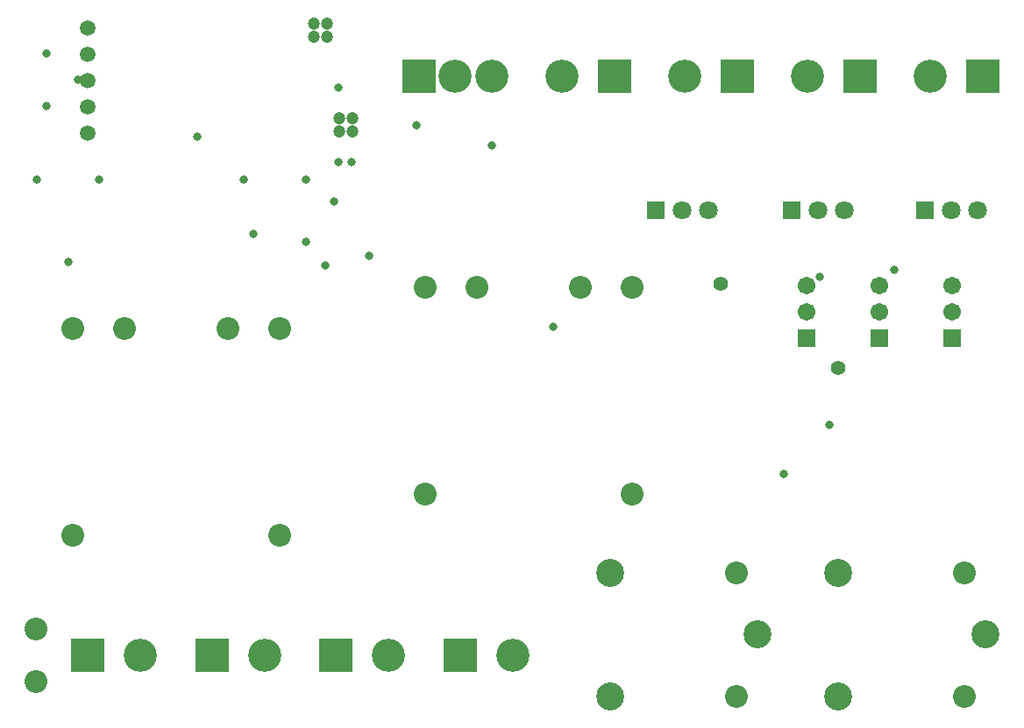
<source format=gbs>
%FSLAX25Y25*%
%MOIN*%
G70*
G01*
G75*
G04 Layer_Color=16711935*
%ADD10R,0.02756X0.03937*%
%ADD11R,0.03937X0.02756*%
%ADD12R,0.02165X0.05709*%
%ADD13R,0.05709X0.02165*%
%ADD14R,0.03150X0.04134*%
%ADD15R,0.04724X0.14567*%
%ADD16R,0.16339X0.05000*%
%ADD17R,0.09449X0.02992*%
%ADD18R,0.02992X0.09449*%
%ADD19C,0.01969*%
%ADD20C,0.03937*%
%ADD21C,0.00787*%
%ADD22C,0.03937*%
%ADD23C,0.05118*%
%ADD24C,0.05906*%
%ADD25R,0.05906X0.05906*%
%ADD26R,0.11811X0.11811*%
%ADD27C,0.11811*%
%ADD28C,0.06299*%
%ADD29R,0.06299X0.06299*%
%ADD30C,0.07874*%
%ADD31C,0.09843*%
%ADD32C,0.02362*%
%ADD33C,0.04724*%
%ADD34C,0.00984*%
%ADD35C,0.00394*%
%ADD36C,0.01000*%
%ADD37C,0.00591*%
%ADD38R,0.03556X0.04737*%
%ADD39R,0.04737X0.03556*%
%ADD40R,0.02965X0.06509*%
%ADD41R,0.06509X0.02965*%
%ADD42R,0.03950X0.04934*%
%ADD43R,0.05524X0.15367*%
%ADD44R,0.17139X0.05800*%
%ADD45R,0.10249X0.03792*%
%ADD46R,0.03792X0.10249*%
%ADD47C,0.04737*%
%ADD48C,0.05918*%
%ADD49C,0.06706*%
%ADD50R,0.06706X0.06706*%
%ADD51R,0.12611X0.12611*%
%ADD52C,0.12611*%
%ADD53C,0.07099*%
%ADD54R,0.07099X0.07099*%
%ADD55C,0.08674*%
%ADD56C,0.10642*%
%ADD57C,0.03162*%
%ADD58C,0.05524*%
D47*
X260945Y330315D02*
D03*
X251245Y361415D02*
D03*
X256245D02*
D03*
Y366415D02*
D03*
X251245D02*
D03*
X265945Y330315D02*
D03*
X260945Y325315D02*
D03*
X265945D02*
D03*
D48*
X165545Y364815D02*
D03*
Y354815D02*
D03*
Y344815D02*
D03*
Y334815D02*
D03*
Y324815D02*
D03*
D49*
X493968Y266484D02*
D03*
Y256484D02*
D03*
X466409Y266484D02*
D03*
Y256484D02*
D03*
X438850Y266484D02*
D03*
Y256484D02*
D03*
D50*
X493968Y246484D02*
D03*
X466409D02*
D03*
X438850D02*
D03*
D51*
X412386Y346457D02*
D03*
X459130D02*
D03*
X505874D02*
D03*
X291339D02*
D03*
X212598Y125984D02*
D03*
X165354D02*
D03*
X259843D02*
D03*
X365642Y346457D02*
D03*
X307087Y125984D02*
D03*
D52*
X392386Y346457D02*
D03*
X439130D02*
D03*
X485874D02*
D03*
X305118D02*
D03*
X318898D02*
D03*
X232598Y125984D02*
D03*
X185354D02*
D03*
X279843D02*
D03*
X345642Y346457D02*
D03*
X327087Y125984D02*
D03*
D53*
X401286Y295276D02*
D03*
X391286D02*
D03*
X452994D02*
D03*
X442994D02*
D03*
X503648D02*
D03*
X493648D02*
D03*
D54*
X381286D02*
D03*
X432994D02*
D03*
X483648D02*
D03*
D55*
X159630Y250370D02*
D03*
X179315D02*
D03*
X218685D02*
D03*
X238370D02*
D03*
Y171630D02*
D03*
X159630D02*
D03*
X293630Y266118D02*
D03*
X313315D02*
D03*
X352685D02*
D03*
X372370D02*
D03*
Y187378D02*
D03*
X293630D02*
D03*
X412205Y157480D02*
D03*
Y110236D02*
D03*
X498819Y157480D02*
D03*
Y110236D02*
D03*
X145669Y116142D02*
D03*
Y135827D02*
D03*
D56*
X364173Y157480D02*
D03*
Y110236D02*
D03*
X420079Y133858D02*
D03*
X450787Y157480D02*
D03*
Y110236D02*
D03*
X506693Y133858D02*
D03*
D57*
X472000Y272509D02*
D03*
X318898Y319882D02*
D03*
X290354Y327756D02*
D03*
X342520Y250984D02*
D03*
X430118Y194882D02*
D03*
X260847Y313653D02*
D03*
X272500Y278000D02*
D03*
X447400Y213500D02*
D03*
X149600Y334900D02*
D03*
Y354920D02*
D03*
X161600Y344900D02*
D03*
X443800Y269909D02*
D03*
X228346Y286300D02*
D03*
X255700Y274200D02*
D03*
X265866Y313700D02*
D03*
X145910Y306890D02*
D03*
X260748Y341865D02*
D03*
X207000Y323400D02*
D03*
X259200Y298800D02*
D03*
X157900Y275800D02*
D03*
X169579Y306890D02*
D03*
X248400Y283300D02*
D03*
X248319Y306890D02*
D03*
X224610D02*
D03*
D58*
X405905Y267224D02*
D03*
X450787Y235335D02*
D03*
M02*

</source>
